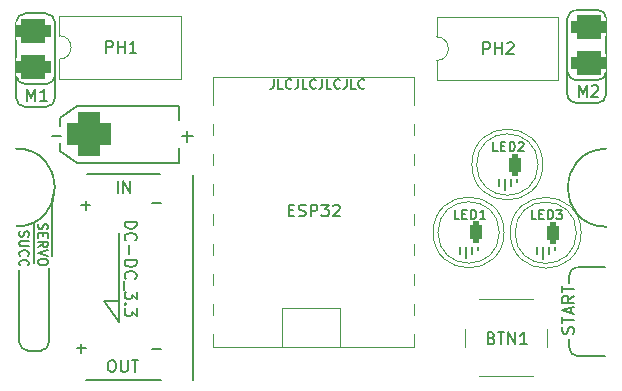
<source format=gto>
%TF.GenerationSoftware,KiCad,Pcbnew,7.0.1*%
%TF.CreationDate,2024-01-24T12:52:34+01:00*%
%TF.ProjectId,PX-CORE,50582d43-4f52-4452-9e6b-696361645f70,rev?*%
%TF.SameCoordinates,PX675d18cPY8cbe71c*%
%TF.FileFunction,Legend,Top*%
%TF.FilePolarity,Positive*%
%FSLAX46Y46*%
G04 Gerber Fmt 4.6, Leading zero omitted, Abs format (unit mm)*
G04 Created by KiCad (PCBNEW 7.0.1) date 2024-01-24 12:52:34*
%MOMM*%
%LPD*%
G01*
G04 APERTURE LIST*
G04 Aperture macros list*
%AMRoundRect*
0 Rectangle with rounded corners*
0 $1 Rounding radius*
0 $2 $3 $4 $5 $6 $7 $8 $9 X,Y pos of 4 corners*
0 Add a 4 corners polygon primitive as box body*
4,1,4,$2,$3,$4,$5,$6,$7,$8,$9,$2,$3,0*
0 Add four circle primitives for the rounded corners*
1,1,$1+$1,$2,$3*
1,1,$1+$1,$4,$5*
1,1,$1+$1,$6,$7*
1,1,$1+$1,$8,$9*
0 Add four rect primitives between the rounded corners*
20,1,$1+$1,$2,$3,$4,$5,0*
20,1,$1+$1,$4,$5,$6,$7,0*
20,1,$1+$1,$6,$7,$8,$9,0*
20,1,$1+$1,$8,$9,$2,$3,0*%
G04 Aperture macros list end*
%ADD10C,0.200000*%
%ADD11C,0.150000*%
%ADD12C,0.100000*%
%ADD13C,0.120000*%
%ADD14O,3.000000X1.600000*%
%ADD15C,1.700000*%
%ADD16O,1.700000X1.700000*%
%ADD17R,1.700000X1.700000*%
%ADD18RoundRect,0.500000X1.000000X0.500000X-1.000000X0.500000X-1.000000X-0.500000X1.000000X-0.500000X0*%
%ADD19O,1.070000X1.800000*%
%ADD20RoundRect,0.267500X-0.267500X-0.632500X0.267500X-0.632500X0.267500X0.632500X-0.267500X0.632500X0*%
%ADD21C,0.800000*%
%ADD22C,2.000000*%
%ADD23RoundRect,0.950000X-0.950000X-0.950000X0.950000X-0.950000X0.950000X0.950000X-0.950000X0.950000X0*%
%ADD24C,3.800000*%
%ADD25R,1.600000X1.600000*%
%ADD26O,1.600000X1.600000*%
%ADD27O,1.750000X3.000000*%
%ADD28RoundRect,0.500000X-1.000000X-0.500000X1.000000X-0.500000X1.000000X0.500000X-1.000000X0.500000X0*%
G04 APERTURE END LIST*
D10*
X311000Y13622620D02*
X272904Y13508334D01*
X272904Y13508334D02*
X272904Y13317858D01*
X272904Y13317858D02*
X311000Y13241667D01*
X311000Y13241667D02*
X349095Y13203572D01*
X349095Y13203572D02*
X425285Y13165477D01*
X425285Y13165477D02*
X501476Y13165477D01*
X501476Y13165477D02*
X577666Y13203572D01*
X577666Y13203572D02*
X615761Y13241667D01*
X615761Y13241667D02*
X653857Y13317858D01*
X653857Y13317858D02*
X691952Y13470239D01*
X691952Y13470239D02*
X730047Y13546429D01*
X730047Y13546429D02*
X768142Y13584524D01*
X768142Y13584524D02*
X844333Y13622620D01*
X844333Y13622620D02*
X920523Y13622620D01*
X920523Y13622620D02*
X996714Y13584524D01*
X996714Y13584524D02*
X1034809Y13546429D01*
X1034809Y13546429D02*
X1072904Y13470239D01*
X1072904Y13470239D02*
X1072904Y13279762D01*
X1072904Y13279762D02*
X1034809Y13165477D01*
X1072904Y12822619D02*
X425285Y12822619D01*
X425285Y12822619D02*
X349095Y12784524D01*
X349095Y12784524D02*
X311000Y12746429D01*
X311000Y12746429D02*
X272904Y12670238D01*
X272904Y12670238D02*
X272904Y12517857D01*
X272904Y12517857D02*
X311000Y12441667D01*
X311000Y12441667D02*
X349095Y12403572D01*
X349095Y12403572D02*
X425285Y12365476D01*
X425285Y12365476D02*
X1072904Y12365476D01*
X349095Y11527381D02*
X311000Y11565477D01*
X311000Y11565477D02*
X272904Y11679762D01*
X272904Y11679762D02*
X272904Y11755953D01*
X272904Y11755953D02*
X311000Y11870239D01*
X311000Y11870239D02*
X387190Y11946429D01*
X387190Y11946429D02*
X463380Y11984524D01*
X463380Y11984524D02*
X615761Y12022620D01*
X615761Y12022620D02*
X730047Y12022620D01*
X730047Y12022620D02*
X882428Y11984524D01*
X882428Y11984524D02*
X958619Y11946429D01*
X958619Y11946429D02*
X1034809Y11870239D01*
X1034809Y11870239D02*
X1072904Y11755953D01*
X1072904Y11755953D02*
X1072904Y11679762D01*
X1072904Y11679762D02*
X1034809Y11565477D01*
X1034809Y11565477D02*
X996714Y11527381D01*
X349095Y10727381D02*
X311000Y10765477D01*
X311000Y10765477D02*
X272904Y10879762D01*
X272904Y10879762D02*
X272904Y10955953D01*
X272904Y10955953D02*
X311000Y11070239D01*
X311000Y11070239D02*
X387190Y11146429D01*
X387190Y11146429D02*
X463380Y11184524D01*
X463380Y11184524D02*
X615761Y11222620D01*
X615761Y11222620D02*
X730047Y11222620D01*
X730047Y11222620D02*
X882428Y11184524D01*
X882428Y11184524D02*
X958619Y11146429D01*
X958619Y11146429D02*
X1034809Y11070239D01*
X1034809Y11070239D02*
X1072904Y10955953D01*
X1072904Y10955953D02*
X1072904Y10879762D01*
X1072904Y10879762D02*
X1034809Y10765477D01*
X1034809Y10765477D02*
X996714Y10727381D01*
X1475000Y14375000D02*
X1475000Y10975000D01*
X1911000Y14272620D02*
X1872904Y14158334D01*
X1872904Y14158334D02*
X1872904Y13967858D01*
X1872904Y13967858D02*
X1911000Y13891667D01*
X1911000Y13891667D02*
X1949095Y13853572D01*
X1949095Y13853572D02*
X2025285Y13815477D01*
X2025285Y13815477D02*
X2101476Y13815477D01*
X2101476Y13815477D02*
X2177666Y13853572D01*
X2177666Y13853572D02*
X2215761Y13891667D01*
X2215761Y13891667D02*
X2253857Y13967858D01*
X2253857Y13967858D02*
X2291952Y14120239D01*
X2291952Y14120239D02*
X2330047Y14196429D01*
X2330047Y14196429D02*
X2368142Y14234524D01*
X2368142Y14234524D02*
X2444333Y14272620D01*
X2444333Y14272620D02*
X2520523Y14272620D01*
X2520523Y14272620D02*
X2596714Y14234524D01*
X2596714Y14234524D02*
X2634809Y14196429D01*
X2634809Y14196429D02*
X2672904Y14120239D01*
X2672904Y14120239D02*
X2672904Y13929762D01*
X2672904Y13929762D02*
X2634809Y13815477D01*
X2291952Y13472619D02*
X2291952Y13205953D01*
X1872904Y13091667D02*
X1872904Y13472619D01*
X1872904Y13472619D02*
X2672904Y13472619D01*
X2672904Y13472619D02*
X2672904Y13091667D01*
X1872904Y12291666D02*
X2253857Y12558333D01*
X1872904Y12748809D02*
X2672904Y12748809D01*
X2672904Y12748809D02*
X2672904Y12444047D01*
X2672904Y12444047D02*
X2634809Y12367857D01*
X2634809Y12367857D02*
X2596714Y12329762D01*
X2596714Y12329762D02*
X2520523Y12291666D01*
X2520523Y12291666D02*
X2406238Y12291666D01*
X2406238Y12291666D02*
X2330047Y12329762D01*
X2330047Y12329762D02*
X2291952Y12367857D01*
X2291952Y12367857D02*
X2253857Y12444047D01*
X2253857Y12444047D02*
X2253857Y12748809D01*
X2672904Y12063095D02*
X1872904Y11796428D01*
X1872904Y11796428D02*
X2672904Y11529762D01*
X2672904Y11110714D02*
X2672904Y10958333D01*
X2672904Y10958333D02*
X2634809Y10882143D01*
X2634809Y10882143D02*
X2558619Y10805952D01*
X2558619Y10805952D02*
X2406238Y10767857D01*
X2406238Y10767857D02*
X2139571Y10767857D01*
X2139571Y10767857D02*
X1987190Y10805952D01*
X1987190Y10805952D02*
X1911000Y10882143D01*
X1911000Y10882143D02*
X1872904Y10958333D01*
X1872904Y10958333D02*
X1872904Y11110714D01*
X1872904Y11110714D02*
X1911000Y11186905D01*
X1911000Y11186905D02*
X1987190Y11263095D01*
X1987190Y11263095D02*
X2139571Y11301191D01*
X2139571Y11301191D02*
X2406238Y11301191D01*
X2406238Y11301191D02*
X2558619Y11263095D01*
X2558619Y11263095D02*
X2634809Y11186905D01*
X2634809Y11186905D02*
X2672904Y11110714D01*
D11*
X21819047Y26497905D02*
X21819047Y25926477D01*
X21819047Y25926477D02*
X21780952Y25812191D01*
X21780952Y25812191D02*
X21704761Y25736000D01*
X21704761Y25736000D02*
X21590476Y25697905D01*
X21590476Y25697905D02*
X21514285Y25697905D01*
X22580952Y25697905D02*
X22200000Y25697905D01*
X22200000Y25697905D02*
X22200000Y26497905D01*
X23304762Y25774096D02*
X23266666Y25736000D01*
X23266666Y25736000D02*
X23152381Y25697905D01*
X23152381Y25697905D02*
X23076190Y25697905D01*
X23076190Y25697905D02*
X22961904Y25736000D01*
X22961904Y25736000D02*
X22885714Y25812191D01*
X22885714Y25812191D02*
X22847619Y25888381D01*
X22847619Y25888381D02*
X22809523Y26040762D01*
X22809523Y26040762D02*
X22809523Y26155048D01*
X22809523Y26155048D02*
X22847619Y26307429D01*
X22847619Y26307429D02*
X22885714Y26383620D01*
X22885714Y26383620D02*
X22961904Y26459810D01*
X22961904Y26459810D02*
X23076190Y26497905D01*
X23076190Y26497905D02*
X23152381Y26497905D01*
X23152381Y26497905D02*
X23266666Y26459810D01*
X23266666Y26459810D02*
X23304762Y26421715D01*
X23876190Y26497905D02*
X23876190Y25926477D01*
X23876190Y25926477D02*
X23838095Y25812191D01*
X23838095Y25812191D02*
X23761904Y25736000D01*
X23761904Y25736000D02*
X23647619Y25697905D01*
X23647619Y25697905D02*
X23571428Y25697905D01*
X24638095Y25697905D02*
X24257143Y25697905D01*
X24257143Y25697905D02*
X24257143Y26497905D01*
X25361905Y25774096D02*
X25323809Y25736000D01*
X25323809Y25736000D02*
X25209524Y25697905D01*
X25209524Y25697905D02*
X25133333Y25697905D01*
X25133333Y25697905D02*
X25019047Y25736000D01*
X25019047Y25736000D02*
X24942857Y25812191D01*
X24942857Y25812191D02*
X24904762Y25888381D01*
X24904762Y25888381D02*
X24866666Y26040762D01*
X24866666Y26040762D02*
X24866666Y26155048D01*
X24866666Y26155048D02*
X24904762Y26307429D01*
X24904762Y26307429D02*
X24942857Y26383620D01*
X24942857Y26383620D02*
X25019047Y26459810D01*
X25019047Y26459810D02*
X25133333Y26497905D01*
X25133333Y26497905D02*
X25209524Y26497905D01*
X25209524Y26497905D02*
X25323809Y26459810D01*
X25323809Y26459810D02*
X25361905Y26421715D01*
X25933333Y26497905D02*
X25933333Y25926477D01*
X25933333Y25926477D02*
X25895238Y25812191D01*
X25895238Y25812191D02*
X25819047Y25736000D01*
X25819047Y25736000D02*
X25704762Y25697905D01*
X25704762Y25697905D02*
X25628571Y25697905D01*
X26695238Y25697905D02*
X26314286Y25697905D01*
X26314286Y25697905D02*
X26314286Y26497905D01*
X27419048Y25774096D02*
X27380952Y25736000D01*
X27380952Y25736000D02*
X27266667Y25697905D01*
X27266667Y25697905D02*
X27190476Y25697905D01*
X27190476Y25697905D02*
X27076190Y25736000D01*
X27076190Y25736000D02*
X27000000Y25812191D01*
X27000000Y25812191D02*
X26961905Y25888381D01*
X26961905Y25888381D02*
X26923809Y26040762D01*
X26923809Y26040762D02*
X26923809Y26155048D01*
X26923809Y26155048D02*
X26961905Y26307429D01*
X26961905Y26307429D02*
X27000000Y26383620D01*
X27000000Y26383620D02*
X27076190Y26459810D01*
X27076190Y26459810D02*
X27190476Y26497905D01*
X27190476Y26497905D02*
X27266667Y26497905D01*
X27266667Y26497905D02*
X27380952Y26459810D01*
X27380952Y26459810D02*
X27419048Y26421715D01*
X27990476Y26497905D02*
X27990476Y25926477D01*
X27990476Y25926477D02*
X27952381Y25812191D01*
X27952381Y25812191D02*
X27876190Y25736000D01*
X27876190Y25736000D02*
X27761905Y25697905D01*
X27761905Y25697905D02*
X27685714Y25697905D01*
X28752381Y25697905D02*
X28371429Y25697905D01*
X28371429Y25697905D02*
X28371429Y26497905D01*
X29476191Y25774096D02*
X29438095Y25736000D01*
X29438095Y25736000D02*
X29323810Y25697905D01*
X29323810Y25697905D02*
X29247619Y25697905D01*
X29247619Y25697905D02*
X29133333Y25736000D01*
X29133333Y25736000D02*
X29057143Y25812191D01*
X29057143Y25812191D02*
X29019048Y25888381D01*
X29019048Y25888381D02*
X28980952Y26040762D01*
X28980952Y26040762D02*
X28980952Y26155048D01*
X28980952Y26155048D02*
X29019048Y26307429D01*
X29019048Y26307429D02*
X29057143Y26383620D01*
X29057143Y26383620D02*
X29133333Y26459810D01*
X29133333Y26459810D02*
X29247619Y26497905D01*
X29247619Y26497905D02*
X29323810Y26497905D01*
X29323810Y26497905D02*
X29438095Y26459810D01*
X29438095Y26459810D02*
X29476191Y26421715D01*
X47457362Y32392229D02*
X49177364Y32392229D01*
X46657381Y27192228D02*
G75*
G03*
X47457365Y26392233I800067J72D01*
G01*
X-12626Y24942233D02*
G75*
G03*
X787369Y24142226I799974J-33D01*
G01*
D10*
X2075000Y3524948D02*
G75*
G03*
X2775000Y4225000I-52J700052D01*
G01*
D11*
X47457362Y32392282D02*
G75*
G03*
X46657366Y31592230I186J-800182D01*
G01*
D10*
X275000Y4225000D02*
X275000Y10375000D01*
X47600000Y10624944D02*
G75*
G03*
X46800004Y9825001I48J-800044D01*
G01*
X275048Y4225000D02*
G75*
G03*
X975000Y3525000I700000J0D01*
G01*
D11*
X49177363Y26392230D02*
X47457365Y26392233D01*
X787369Y32072229D02*
X2507366Y32072229D01*
X49977366Y31592231D02*
X49977367Y27192230D01*
D10*
X46799948Y3824996D02*
G75*
G03*
X47599998Y3025000I800100J104D01*
G01*
D11*
X49177363Y26392281D02*
G75*
G03*
X49977367Y27192230I85J799919D01*
G01*
X47457365Y26392233D02*
X49177363Y26392230D01*
D10*
X46800004Y9825001D02*
X46800000Y9275000D01*
D11*
X3307367Y31272231D02*
X3307367Y26872229D01*
X46657363Y27192228D02*
X46657366Y31592230D01*
X49977367Y27192230D02*
X49977366Y25262227D01*
X46657368Y25262230D02*
X46657363Y27192228D01*
X3307367Y26872229D02*
X3307367Y24942231D01*
D10*
X2775000Y10525000D02*
X2775000Y4225000D01*
D11*
X49177366Y24462229D02*
X47457365Y24462226D01*
D10*
X49875000Y10625000D02*
X47600000Y10625000D01*
X46800000Y4525000D02*
X46800000Y3824996D01*
D11*
X787367Y26072228D02*
X2507368Y26072231D01*
D10*
X27059Y14032589D02*
G75*
G03*
X-12635Y20632230I-49651J3299641D01*
G01*
D11*
X2507365Y24142228D02*
X787369Y24142226D01*
X2507365Y24142281D02*
G75*
G03*
X3307367Y24942231I83J799919D01*
G01*
X2507368Y26072281D02*
G75*
G03*
X3307367Y26872229I80J799919D01*
G01*
X-12624Y26872228D02*
G75*
G03*
X787367Y26072228I800072J72D01*
G01*
X46657374Y25262230D02*
G75*
G03*
X47457365Y24462226I799674J-330D01*
G01*
X787369Y32072281D02*
G75*
G03*
X-12633Y31272229I179J-800181D01*
G01*
X3307377Y31272231D02*
G75*
G03*
X2507366Y32072229I-799929J69D01*
G01*
D10*
X2075000Y3525000D02*
X975000Y3525000D01*
D11*
X2507368Y26072231D02*
X787367Y26072228D01*
D10*
X47599998Y3025000D02*
X49875000Y3025000D01*
X49951008Y20602846D02*
G75*
G03*
X49990702Y14003196I49640J-3299646D01*
G01*
D11*
X49177366Y24462282D02*
G75*
G03*
X49977366Y25262227I82J799918D01*
G01*
X-12633Y26872228D02*
X-12633Y31272229D01*
X-12632Y24942233D02*
X-12633Y26872228D01*
X49977377Y31592231D02*
G75*
G03*
X49177364Y32392229I-799929J69D01*
G01*
D10*
X47627840Y24979610D02*
X47627840Y25979610D01*
X47627840Y25979610D02*
X47961173Y25265325D01*
X47961173Y25265325D02*
X48294506Y25979610D01*
X48294506Y25979610D02*
X48294506Y24979610D01*
X48723078Y25884372D02*
X48770697Y25931991D01*
X48770697Y25931991D02*
X48865935Y25979610D01*
X48865935Y25979610D02*
X49104030Y25979610D01*
X49104030Y25979610D02*
X49199268Y25931991D01*
X49199268Y25931991D02*
X49246887Y25884372D01*
X49246887Y25884372D02*
X49294506Y25789134D01*
X49294506Y25789134D02*
X49294506Y25693896D01*
X49294506Y25693896D02*
X49246887Y25551039D01*
X49246887Y25551039D02*
X48675459Y24979610D01*
X48675459Y24979610D02*
X49294506Y24979610D01*
X47180000Y4965477D02*
X47227619Y5108334D01*
X47227619Y5108334D02*
X47227619Y5346429D01*
X47227619Y5346429D02*
X47180000Y5441667D01*
X47180000Y5441667D02*
X47132380Y5489286D01*
X47132380Y5489286D02*
X47037142Y5536905D01*
X47037142Y5536905D02*
X46941904Y5536905D01*
X46941904Y5536905D02*
X46846666Y5489286D01*
X46846666Y5489286D02*
X46799047Y5441667D01*
X46799047Y5441667D02*
X46751428Y5346429D01*
X46751428Y5346429D02*
X46703809Y5155953D01*
X46703809Y5155953D02*
X46656190Y5060715D01*
X46656190Y5060715D02*
X46608571Y5013096D01*
X46608571Y5013096D02*
X46513333Y4965477D01*
X46513333Y4965477D02*
X46418095Y4965477D01*
X46418095Y4965477D02*
X46322857Y5013096D01*
X46322857Y5013096D02*
X46275238Y5060715D01*
X46275238Y5060715D02*
X46227619Y5155953D01*
X46227619Y5155953D02*
X46227619Y5394048D01*
X46227619Y5394048D02*
X46275238Y5536905D01*
X46227619Y5822620D02*
X46227619Y6394048D01*
X47227619Y6108334D02*
X46227619Y6108334D01*
X46941904Y6679763D02*
X46941904Y7155953D01*
X47227619Y6584525D02*
X46227619Y6917858D01*
X46227619Y6917858D02*
X47227619Y7251191D01*
X47227619Y8155953D02*
X46751428Y7822620D01*
X47227619Y7584525D02*
X46227619Y7584525D01*
X46227619Y7584525D02*
X46227619Y7965477D01*
X46227619Y7965477D02*
X46275238Y8060715D01*
X46275238Y8060715D02*
X46322857Y8108334D01*
X46322857Y8108334D02*
X46418095Y8155953D01*
X46418095Y8155953D02*
X46560952Y8155953D01*
X46560952Y8155953D02*
X46656190Y8108334D01*
X46656190Y8108334D02*
X46703809Y8060715D01*
X46703809Y8060715D02*
X46751428Y7965477D01*
X46751428Y7965477D02*
X46751428Y7584525D01*
X46227619Y8441668D02*
X46227619Y9013096D01*
X47227619Y8727382D02*
X46227619Y8727382D01*
%TO.C,ESP32*%
X23074510Y15403419D02*
X23407843Y15403419D01*
X23550700Y14879609D02*
X23074510Y14879609D01*
X23074510Y14879609D02*
X23074510Y15879609D01*
X23074510Y15879609D02*
X23550700Y15879609D01*
X23931653Y14927228D02*
X24074510Y14879609D01*
X24074510Y14879609D02*
X24312605Y14879609D01*
X24312605Y14879609D02*
X24407843Y14927228D01*
X24407843Y14927228D02*
X24455462Y14974848D01*
X24455462Y14974848D02*
X24503081Y15070086D01*
X24503081Y15070086D02*
X24503081Y15165324D01*
X24503081Y15165324D02*
X24455462Y15260562D01*
X24455462Y15260562D02*
X24407843Y15308181D01*
X24407843Y15308181D02*
X24312605Y15355800D01*
X24312605Y15355800D02*
X24122129Y15403419D01*
X24122129Y15403419D02*
X24026891Y15451038D01*
X24026891Y15451038D02*
X23979272Y15498657D01*
X23979272Y15498657D02*
X23931653Y15593895D01*
X23931653Y15593895D02*
X23931653Y15689133D01*
X23931653Y15689133D02*
X23979272Y15784371D01*
X23979272Y15784371D02*
X24026891Y15831990D01*
X24026891Y15831990D02*
X24122129Y15879609D01*
X24122129Y15879609D02*
X24360224Y15879609D01*
X24360224Y15879609D02*
X24503081Y15831990D01*
X24931653Y14879609D02*
X24931653Y15879609D01*
X24931653Y15879609D02*
X25312605Y15879609D01*
X25312605Y15879609D02*
X25407843Y15831990D01*
X25407843Y15831990D02*
X25455462Y15784371D01*
X25455462Y15784371D02*
X25503081Y15689133D01*
X25503081Y15689133D02*
X25503081Y15546276D01*
X25503081Y15546276D02*
X25455462Y15451038D01*
X25455462Y15451038D02*
X25407843Y15403419D01*
X25407843Y15403419D02*
X25312605Y15355800D01*
X25312605Y15355800D02*
X24931653Y15355800D01*
X25836415Y15879609D02*
X26455462Y15879609D01*
X26455462Y15879609D02*
X26122129Y15498657D01*
X26122129Y15498657D02*
X26264986Y15498657D01*
X26264986Y15498657D02*
X26360224Y15451038D01*
X26360224Y15451038D02*
X26407843Y15403419D01*
X26407843Y15403419D02*
X26455462Y15308181D01*
X26455462Y15308181D02*
X26455462Y15070086D01*
X26455462Y15070086D02*
X26407843Y14974848D01*
X26407843Y14974848D02*
X26360224Y14927228D01*
X26360224Y14927228D02*
X26264986Y14879609D01*
X26264986Y14879609D02*
X25979272Y14879609D01*
X25979272Y14879609D02*
X25884034Y14927228D01*
X25884034Y14927228D02*
X25836415Y14974848D01*
X26836415Y15784371D02*
X26884034Y15831990D01*
X26884034Y15831990D02*
X26979272Y15879609D01*
X26979272Y15879609D02*
X27217367Y15879609D01*
X27217367Y15879609D02*
X27312605Y15831990D01*
X27312605Y15831990D02*
X27360224Y15784371D01*
X27360224Y15784371D02*
X27407843Y15689133D01*
X27407843Y15689133D02*
X27407843Y15593895D01*
X27407843Y15593895D02*
X27360224Y15451038D01*
X27360224Y15451038D02*
X26788796Y14879609D01*
X26788796Y14879609D02*
X27407843Y14879609D01*
%TO.C,M1*%
X957842Y24659613D02*
X957842Y25659613D01*
X957842Y25659613D02*
X1291175Y24945328D01*
X1291175Y24945328D02*
X1624508Y25659613D01*
X1624508Y25659613D02*
X1624508Y24659613D01*
X2624508Y24659613D02*
X2053080Y24659613D01*
X2338794Y24659613D02*
X2338794Y25659613D01*
X2338794Y25659613D02*
X2243556Y25516756D01*
X2243556Y25516756D02*
X2148318Y25421518D01*
X2148318Y25421518D02*
X2053080Y25373899D01*
D11*
%TO.C,LED3*%
X44029761Y14629905D02*
X43648809Y14629905D01*
X43648809Y14629905D02*
X43648809Y15429905D01*
X44296428Y15048953D02*
X44563094Y15048953D01*
X44677380Y14629905D02*
X44296428Y14629905D01*
X44296428Y14629905D02*
X44296428Y15429905D01*
X44296428Y15429905D02*
X44677380Y15429905D01*
X45020238Y14629905D02*
X45020238Y15429905D01*
X45020238Y15429905D02*
X45210714Y15429905D01*
X45210714Y15429905D02*
X45325000Y15391810D01*
X45325000Y15391810D02*
X45401190Y15315620D01*
X45401190Y15315620D02*
X45439285Y15239429D01*
X45439285Y15239429D02*
X45477381Y15087048D01*
X45477381Y15087048D02*
X45477381Y14972762D01*
X45477381Y14972762D02*
X45439285Y14820381D01*
X45439285Y14820381D02*
X45401190Y14744191D01*
X45401190Y14744191D02*
X45325000Y14668000D01*
X45325000Y14668000D02*
X45210714Y14629905D01*
X45210714Y14629905D02*
X45020238Y14629905D01*
X45744047Y15429905D02*
X46239285Y15429905D01*
X46239285Y15429905D02*
X45972619Y15125143D01*
X45972619Y15125143D02*
X46086904Y15125143D01*
X46086904Y15125143D02*
X46163095Y15087048D01*
X46163095Y15087048D02*
X46201190Y15048953D01*
X46201190Y15048953D02*
X46239285Y14972762D01*
X46239285Y14972762D02*
X46239285Y14782286D01*
X46239285Y14782286D02*
X46201190Y14706096D01*
X46201190Y14706096D02*
X46163095Y14668000D01*
X46163095Y14668000D02*
X46086904Y14629905D01*
X46086904Y14629905D02*
X45858333Y14629905D01*
X45858333Y14629905D02*
X45782142Y14668000D01*
X45782142Y14668000D02*
X45744047Y14706096D01*
%TO.C,LED1*%
X37504761Y14654905D02*
X37123809Y14654905D01*
X37123809Y14654905D02*
X37123809Y15454905D01*
X37771428Y15073953D02*
X38038094Y15073953D01*
X38152380Y14654905D02*
X37771428Y14654905D01*
X37771428Y14654905D02*
X37771428Y15454905D01*
X37771428Y15454905D02*
X38152380Y15454905D01*
X38495238Y14654905D02*
X38495238Y15454905D01*
X38495238Y15454905D02*
X38685714Y15454905D01*
X38685714Y15454905D02*
X38800000Y15416810D01*
X38800000Y15416810D02*
X38876190Y15340620D01*
X38876190Y15340620D02*
X38914285Y15264429D01*
X38914285Y15264429D02*
X38952381Y15112048D01*
X38952381Y15112048D02*
X38952381Y14997762D01*
X38952381Y14997762D02*
X38914285Y14845381D01*
X38914285Y14845381D02*
X38876190Y14769191D01*
X38876190Y14769191D02*
X38800000Y14693000D01*
X38800000Y14693000D02*
X38685714Y14654905D01*
X38685714Y14654905D02*
X38495238Y14654905D01*
X39714285Y14654905D02*
X39257142Y14654905D01*
X39485714Y14654905D02*
X39485714Y15454905D01*
X39485714Y15454905D02*
X39409523Y15340620D01*
X39409523Y15340620D02*
X39333333Y15264429D01*
X39333333Y15264429D02*
X39257142Y15226334D01*
%TO.C,BTN1*%
X40240476Y4586191D02*
X40383333Y4538572D01*
X40383333Y4538572D02*
X40430952Y4490953D01*
X40430952Y4490953D02*
X40478571Y4395715D01*
X40478571Y4395715D02*
X40478571Y4252858D01*
X40478571Y4252858D02*
X40430952Y4157620D01*
X40430952Y4157620D02*
X40383333Y4110000D01*
X40383333Y4110000D02*
X40288095Y4062381D01*
X40288095Y4062381D02*
X39907143Y4062381D01*
X39907143Y4062381D02*
X39907143Y5062381D01*
X39907143Y5062381D02*
X40240476Y5062381D01*
X40240476Y5062381D02*
X40335714Y5014762D01*
X40335714Y5014762D02*
X40383333Y4967143D01*
X40383333Y4967143D02*
X40430952Y4871905D01*
X40430952Y4871905D02*
X40430952Y4776667D01*
X40430952Y4776667D02*
X40383333Y4681429D01*
X40383333Y4681429D02*
X40335714Y4633810D01*
X40335714Y4633810D02*
X40240476Y4586191D01*
X40240476Y4586191D02*
X39907143Y4586191D01*
X40764286Y5062381D02*
X41335714Y5062381D01*
X41050000Y4062381D02*
X41050000Y5062381D01*
X41669048Y4062381D02*
X41669048Y5062381D01*
X41669048Y5062381D02*
X42240476Y4062381D01*
X42240476Y4062381D02*
X42240476Y5062381D01*
X43240476Y4062381D02*
X42669048Y4062381D01*
X42954762Y4062381D02*
X42954762Y5062381D01*
X42954762Y5062381D02*
X42859524Y4919524D01*
X42859524Y4919524D02*
X42764286Y4824286D01*
X42764286Y4824286D02*
X42669048Y4776667D01*
D10*
%TO.C,J2*%
X3069048Y21652500D02*
X3830953Y21652500D01*
X14017857Y21652000D02*
X14932143Y21652000D01*
X14475000Y21194858D02*
X14475000Y22109143D01*
%TO.C,PH1*%
X7606460Y28729610D02*
X7606460Y29729610D01*
X7606460Y29729610D02*
X7987412Y29729610D01*
X7987412Y29729610D02*
X8082650Y29681991D01*
X8082650Y29681991D02*
X8130269Y29634372D01*
X8130269Y29634372D02*
X8177888Y29539134D01*
X8177888Y29539134D02*
X8177888Y29396277D01*
X8177888Y29396277D02*
X8130269Y29301039D01*
X8130269Y29301039D02*
X8082650Y29253420D01*
X8082650Y29253420D02*
X7987412Y29205801D01*
X7987412Y29205801D02*
X7606460Y29205801D01*
X8606460Y28729610D02*
X8606460Y29729610D01*
X8606460Y29253420D02*
X9177888Y29253420D01*
X9177888Y28729610D02*
X9177888Y29729610D01*
X10177888Y28729610D02*
X9606460Y28729610D01*
X9892174Y28729610D02*
X9892174Y29729610D01*
X9892174Y29729610D02*
X9796936Y29586753D01*
X9796936Y29586753D02*
X9701698Y29491515D01*
X9701698Y29491515D02*
X9606460Y29443896D01*
%TO.C,DC-DC_3.3*%
X9197380Y14422381D02*
X10197380Y14422381D01*
X10197380Y14422381D02*
X10197380Y14184286D01*
X10197380Y14184286D02*
X10149761Y14041429D01*
X10149761Y14041429D02*
X10054523Y13946191D01*
X10054523Y13946191D02*
X9959285Y13898572D01*
X9959285Y13898572D02*
X9768809Y13850953D01*
X9768809Y13850953D02*
X9625952Y13850953D01*
X9625952Y13850953D02*
X9435476Y13898572D01*
X9435476Y13898572D02*
X9340238Y13946191D01*
X9340238Y13946191D02*
X9245000Y14041429D01*
X9245000Y14041429D02*
X9197380Y14184286D01*
X9197380Y14184286D02*
X9197380Y14422381D01*
X9292619Y12850953D02*
X9245000Y12898572D01*
X9245000Y12898572D02*
X9197380Y13041429D01*
X9197380Y13041429D02*
X9197380Y13136667D01*
X9197380Y13136667D02*
X9245000Y13279524D01*
X9245000Y13279524D02*
X9340238Y13374762D01*
X9340238Y13374762D02*
X9435476Y13422381D01*
X9435476Y13422381D02*
X9625952Y13470000D01*
X9625952Y13470000D02*
X9768809Y13470000D01*
X9768809Y13470000D02*
X9959285Y13422381D01*
X9959285Y13422381D02*
X10054523Y13374762D01*
X10054523Y13374762D02*
X10149761Y13279524D01*
X10149761Y13279524D02*
X10197380Y13136667D01*
X10197380Y13136667D02*
X10197380Y13041429D01*
X10197380Y13041429D02*
X10149761Y12898572D01*
X10149761Y12898572D02*
X10102142Y12850953D01*
X9578333Y12422381D02*
X9578333Y11660476D01*
X9197380Y11184286D02*
X10197380Y11184286D01*
X10197380Y11184286D02*
X10197380Y10946191D01*
X10197380Y10946191D02*
X10149761Y10803334D01*
X10149761Y10803334D02*
X10054523Y10708096D01*
X10054523Y10708096D02*
X9959285Y10660477D01*
X9959285Y10660477D02*
X9768809Y10612858D01*
X9768809Y10612858D02*
X9625952Y10612858D01*
X9625952Y10612858D02*
X9435476Y10660477D01*
X9435476Y10660477D02*
X9340238Y10708096D01*
X9340238Y10708096D02*
X9245000Y10803334D01*
X9245000Y10803334D02*
X9197380Y10946191D01*
X9197380Y10946191D02*
X9197380Y11184286D01*
X9292619Y9612858D02*
X9245000Y9660477D01*
X9245000Y9660477D02*
X9197380Y9803334D01*
X9197380Y9803334D02*
X9197380Y9898572D01*
X9197380Y9898572D02*
X9245000Y10041429D01*
X9245000Y10041429D02*
X9340238Y10136667D01*
X9340238Y10136667D02*
X9435476Y10184286D01*
X9435476Y10184286D02*
X9625952Y10231905D01*
X9625952Y10231905D02*
X9768809Y10231905D01*
X9768809Y10231905D02*
X9959285Y10184286D01*
X9959285Y10184286D02*
X10054523Y10136667D01*
X10054523Y10136667D02*
X10149761Y10041429D01*
X10149761Y10041429D02*
X10197380Y9898572D01*
X10197380Y9898572D02*
X10197380Y9803334D01*
X10197380Y9803334D02*
X10149761Y9660477D01*
X10149761Y9660477D02*
X10102142Y9612858D01*
X9102142Y9422381D02*
X9102142Y8660477D01*
X10197380Y8517619D02*
X10197380Y7898572D01*
X10197380Y7898572D02*
X9816428Y8231905D01*
X9816428Y8231905D02*
X9816428Y8089048D01*
X9816428Y8089048D02*
X9768809Y7993810D01*
X9768809Y7993810D02*
X9721190Y7946191D01*
X9721190Y7946191D02*
X9625952Y7898572D01*
X9625952Y7898572D02*
X9387857Y7898572D01*
X9387857Y7898572D02*
X9292619Y7946191D01*
X9292619Y7946191D02*
X9245000Y7993810D01*
X9245000Y7993810D02*
X9197380Y8089048D01*
X9197380Y8089048D02*
X9197380Y8374762D01*
X9197380Y8374762D02*
X9245000Y8470000D01*
X9245000Y8470000D02*
X9292619Y8517619D01*
X9292619Y7470000D02*
X9245000Y7422381D01*
X9245000Y7422381D02*
X9197380Y7470000D01*
X9197380Y7470000D02*
X9245000Y7517619D01*
X9245000Y7517619D02*
X9292619Y7470000D01*
X9292619Y7470000D02*
X9197380Y7470000D01*
X10197380Y7089048D02*
X10197380Y6470001D01*
X10197380Y6470001D02*
X9816428Y6803334D01*
X9816428Y6803334D02*
X9816428Y6660477D01*
X9816428Y6660477D02*
X9768809Y6565239D01*
X9768809Y6565239D02*
X9721190Y6517620D01*
X9721190Y6517620D02*
X9625952Y6470001D01*
X9625952Y6470001D02*
X9387857Y6470001D01*
X9387857Y6470001D02*
X9292619Y6517620D01*
X9292619Y6517620D02*
X9245000Y6565239D01*
X9245000Y6565239D02*
X9197380Y6660477D01*
X9197380Y6660477D02*
X9197380Y6946191D01*
X9197380Y6946191D02*
X9245000Y7041429D01*
X9245000Y7041429D02*
X9292619Y7089048D01*
X8588095Y16847381D02*
X8588095Y17847381D01*
X9064285Y16847381D02*
X9064285Y17847381D01*
X9064285Y17847381D02*
X9635713Y16847381D01*
X9635713Y16847381D02*
X9635713Y17847381D01*
X11518095Y3623334D02*
X12280000Y3623334D01*
X8003571Y2722381D02*
X8194047Y2722381D01*
X8194047Y2722381D02*
X8289285Y2674762D01*
X8289285Y2674762D02*
X8384523Y2579524D01*
X8384523Y2579524D02*
X8432142Y2389048D01*
X8432142Y2389048D02*
X8432142Y2055715D01*
X8432142Y2055715D02*
X8384523Y1865239D01*
X8384523Y1865239D02*
X8289285Y1770000D01*
X8289285Y1770000D02*
X8194047Y1722381D01*
X8194047Y1722381D02*
X8003571Y1722381D01*
X8003571Y1722381D02*
X7908333Y1770000D01*
X7908333Y1770000D02*
X7813095Y1865239D01*
X7813095Y1865239D02*
X7765476Y2055715D01*
X7765476Y2055715D02*
X7765476Y2389048D01*
X7765476Y2389048D02*
X7813095Y2579524D01*
X7813095Y2579524D02*
X7908333Y2674762D01*
X7908333Y2674762D02*
X8003571Y2722381D01*
X8860714Y2722381D02*
X8860714Y1912858D01*
X8860714Y1912858D02*
X8908333Y1817620D01*
X8908333Y1817620D02*
X8955952Y1770000D01*
X8955952Y1770000D02*
X9051190Y1722381D01*
X9051190Y1722381D02*
X9241666Y1722381D01*
X9241666Y1722381D02*
X9336904Y1770000D01*
X9336904Y1770000D02*
X9384523Y1817620D01*
X9384523Y1817620D02*
X9432142Y1912858D01*
X9432142Y1912858D02*
X9432142Y2722381D01*
X9765476Y2722381D02*
X10336904Y2722381D01*
X10051190Y1722381D02*
X10051190Y2722381D01*
X5148095Y3723334D02*
X5910000Y3723334D01*
X5529047Y3342381D02*
X5529047Y4104286D01*
X5518095Y15813334D02*
X6280000Y15813334D01*
X5899047Y15432381D02*
X5899047Y16194286D01*
X11518095Y16053334D02*
X12280000Y16053334D01*
D11*
%TO.C,LED2*%
X40779761Y20404905D02*
X40398809Y20404905D01*
X40398809Y20404905D02*
X40398809Y21204905D01*
X41046428Y20823953D02*
X41313094Y20823953D01*
X41427380Y20404905D02*
X41046428Y20404905D01*
X41046428Y20404905D02*
X41046428Y21204905D01*
X41046428Y21204905D02*
X41427380Y21204905D01*
X41770238Y20404905D02*
X41770238Y21204905D01*
X41770238Y21204905D02*
X41960714Y21204905D01*
X41960714Y21204905D02*
X42075000Y21166810D01*
X42075000Y21166810D02*
X42151190Y21090620D01*
X42151190Y21090620D02*
X42189285Y21014429D01*
X42189285Y21014429D02*
X42227381Y20862048D01*
X42227381Y20862048D02*
X42227381Y20747762D01*
X42227381Y20747762D02*
X42189285Y20595381D01*
X42189285Y20595381D02*
X42151190Y20519191D01*
X42151190Y20519191D02*
X42075000Y20443000D01*
X42075000Y20443000D02*
X41960714Y20404905D01*
X41960714Y20404905D02*
X41770238Y20404905D01*
X42532142Y21128715D02*
X42570238Y21166810D01*
X42570238Y21166810D02*
X42646428Y21204905D01*
X42646428Y21204905D02*
X42836904Y21204905D01*
X42836904Y21204905D02*
X42913095Y21166810D01*
X42913095Y21166810D02*
X42951190Y21128715D01*
X42951190Y21128715D02*
X42989285Y21052524D01*
X42989285Y21052524D02*
X42989285Y20976334D01*
X42989285Y20976334D02*
X42951190Y20862048D01*
X42951190Y20862048D02*
X42494047Y20404905D01*
X42494047Y20404905D02*
X42989285Y20404905D01*
D10*
%TO.C,PH2*%
X39553459Y28619610D02*
X39553459Y29619610D01*
X39553459Y29619610D02*
X39934411Y29619610D01*
X39934411Y29619610D02*
X40029649Y29571991D01*
X40029649Y29571991D02*
X40077268Y29524372D01*
X40077268Y29524372D02*
X40124887Y29429134D01*
X40124887Y29429134D02*
X40124887Y29286277D01*
X40124887Y29286277D02*
X40077268Y29191039D01*
X40077268Y29191039D02*
X40029649Y29143420D01*
X40029649Y29143420D02*
X39934411Y29095801D01*
X39934411Y29095801D02*
X39553459Y29095801D01*
X40553459Y28619610D02*
X40553459Y29619610D01*
X40553459Y29143420D02*
X41124887Y29143420D01*
X41124887Y28619610D02*
X41124887Y29619610D01*
X41553459Y29524372D02*
X41601078Y29571991D01*
X41601078Y29571991D02*
X41696316Y29619610D01*
X41696316Y29619610D02*
X41934411Y29619610D01*
X41934411Y29619610D02*
X42029649Y29571991D01*
X42029649Y29571991D02*
X42077268Y29524372D01*
X42077268Y29524372D02*
X42124887Y29429134D01*
X42124887Y29429134D02*
X42124887Y29333896D01*
X42124887Y29333896D02*
X42077268Y29191039D01*
X42077268Y29191039D02*
X41505840Y28619610D01*
X41505840Y28619610D02*
X42124887Y28619610D01*
D12*
%TO.C,ESP32*%
X33641867Y3821728D02*
X16623867Y3821728D01*
X16623867Y3821728D02*
X16623867Y26681728D01*
X16623867Y26681728D02*
X33641867Y26681728D01*
X33641867Y26681728D02*
X33641867Y3821728D01*
X27418867Y3832728D02*
X22465867Y3832728D01*
X22465867Y3832728D02*
X22465867Y7123728D01*
X22465867Y7123728D02*
X27418867Y7123728D01*
X27418867Y7123728D02*
X27418867Y3832728D01*
D10*
%TO.C,LED3*%
X44125000Y12285000D02*
X44125000Y11715000D01*
X44625000Y12285000D02*
X44625000Y11315000D01*
X45125000Y12285000D02*
X45125000Y11715000D01*
X45625000Y12285000D02*
X45625000Y12015000D01*
D12*
X47435000Y13500000D02*
G75*
G03*
X47435000Y13500000I-2600000J0D01*
G01*
X47835017Y13500000D02*
G75*
G03*
X47835017Y13500000I-3000017J0D01*
G01*
D10*
%TO.C,LED1*%
X37600000Y12310000D02*
X37600000Y11740000D01*
X38100000Y12310000D02*
X38100000Y11340000D01*
X38600000Y12310000D02*
X38600000Y11740000D01*
X39100000Y12310000D02*
X39100000Y12040000D01*
D12*
X40910000Y13525000D02*
G75*
G03*
X40910000Y13525000I-2600000J0D01*
G01*
X41310017Y13525000D02*
G75*
G03*
X41310017Y13525000I-3000017J0D01*
G01*
D13*
%TO.C,BTN1*%
X37975000Y5350000D02*
X37975000Y3850000D01*
X39225000Y1350000D02*
X43725000Y1350000D01*
X43725000Y7850000D02*
X39225000Y7850000D01*
X44975000Y3850000D02*
X44975000Y5350000D01*
D10*
%TO.C,J2*%
X3675000Y23235000D02*
X3675000Y22525000D01*
X3675000Y23235000D02*
X5165000Y24225000D01*
X3675000Y21125000D02*
X3675000Y20415000D01*
X3675000Y20415000D02*
X5175000Y19425000D01*
X5165000Y24225000D02*
X13765000Y24225000D01*
X5175000Y19425000D02*
X13775000Y19425000D01*
X13765000Y24225000D02*
X13765000Y23015000D01*
X13775000Y20635000D02*
X13775000Y19425000D01*
D13*
%TO.C,PH1*%
X3645365Y26542229D02*
X13925365Y26542229D01*
X13925365Y26542229D02*
X13925365Y31842229D01*
X3645365Y28192229D02*
X3645365Y26542229D01*
X3645365Y31842229D02*
X3645365Y30192229D01*
X13925365Y31842229D02*
X3645365Y31842229D01*
X3645365Y28192229D02*
G75*
G03*
X3645365Y30192229I0J1000000D01*
G01*
D10*
%TO.C,DC-DC_3.3*%
X15010000Y18430000D02*
X15000000Y1010000D01*
X12240000Y990000D02*
X5890000Y990000D01*
X8700000Y7700000D02*
X7450000Y7700000D01*
X8700000Y13450000D02*
X8700000Y5950000D01*
X7450000Y7700000D02*
X8700000Y5950000D01*
X5990000Y18440000D02*
X12200000Y18440000D01*
X3050000Y11550000D02*
X3050000Y18440000D01*
%TO.C,LED2*%
X40875000Y18060000D02*
X40875000Y17490000D01*
X41375000Y18060000D02*
X41375000Y17090000D01*
X41875000Y18060000D02*
X41875000Y17490000D01*
X42375000Y18060000D02*
X42375000Y17790000D01*
D12*
X44185000Y19275000D02*
G75*
G03*
X44185000Y19275000I-2600000J0D01*
G01*
X44585017Y19275000D02*
G75*
G03*
X44585017Y19275000I-3000017J0D01*
G01*
D13*
%TO.C,PH2*%
X35592364Y26432229D02*
X45872364Y26432229D01*
X45872364Y26432229D02*
X45872364Y31732229D01*
X35592364Y28082229D02*
X35592364Y26432229D01*
X35592364Y31732229D02*
X35592364Y30082229D01*
X45872364Y31732229D02*
X35592364Y31732229D01*
X35592364Y28082229D02*
G75*
G03*
X35592364Y30082229I0J1000000D01*
G01*
%TD*%
%LPC*%
D14*
%TO.C,ESP32*%
X33325867Y5726728D03*
X33325867Y8266728D03*
X33325867Y10806728D03*
X33325867Y13346728D03*
X33325867Y15886728D03*
X33325867Y18426728D03*
X33325867Y20966728D03*
X33325867Y23506728D03*
X16688867Y5726728D03*
X16688867Y8266728D03*
X16688867Y10806728D03*
X16688867Y13346728D03*
X16688867Y15886728D03*
X16688867Y18426728D03*
X16688867Y20966728D03*
X16688867Y23506728D03*
%TD*%
D15*
%TO.C,J4*%
X32792367Y28332230D03*
D16*
X30252367Y28332230D03*
X27712367Y28332230D03*
X25172367Y28332230D03*
X22632367Y28332230D03*
X20092367Y28332230D03*
D17*
X17552367Y28332230D03*
%TD*%
D18*
%TO.C,M1*%
X1441366Y27567232D03*
X1441366Y30607232D03*
%TD*%
D19*
%TO.C,LED3*%
X42925000Y13500000D03*
X44195000Y13500000D03*
D20*
X45465000Y13500000D03*
D19*
X46735000Y13500000D03*
%TD*%
%TO.C,LED1*%
X36400000Y13525000D03*
X37670000Y13525000D03*
D20*
X38940000Y13525000D03*
D19*
X40210000Y13525000D03*
%TD*%
D21*
%TO.C,REF\u002A\u002A*%
X895807Y19549539D03*
X2194678Y18250668D03*
X895807Y15114917D03*
X2194678Y16413788D03*
%TD*%
D22*
%TO.C,BTN1*%
X38225000Y6850000D03*
X44725000Y6850000D03*
X38225000Y2350000D03*
X44725000Y2350000D03*
%TD*%
D23*
%TO.C,J2*%
X6175000Y21825000D03*
D24*
X11175000Y21825000D03*
%TD*%
D25*
%TO.C,PH1*%
X4975365Y25382229D03*
D26*
X7515365Y25382229D03*
X10055365Y25382229D03*
X12595365Y25382229D03*
X12595365Y33002229D03*
X10055365Y33002229D03*
X7515365Y33002229D03*
X4975365Y33002229D03*
%TD*%
D27*
%TO.C,DC-DC_3.3*%
X4560000Y17630000D03*
X13550000Y17670000D03*
X4560000Y1930000D03*
X13550000Y1960000D03*
%TD*%
D15*
%TO.C,START1*%
X48500000Y4275000D03*
D16*
X48500000Y6815000D03*
D15*
X48500000Y9355000D03*
%TD*%
D17*
%TO.C,J1*%
X1550000Y4600000D03*
D16*
X1550000Y7140000D03*
X1550000Y9680000D03*
%TD*%
D28*
%TO.C,M2*%
X48476364Y30904224D03*
X48476364Y27864224D03*
%TD*%
D21*
%TO.C,REF\u002A\u002A*%
X49082262Y15085887D03*
X47783391Y16384758D03*
X49082262Y19520509D03*
X47783391Y18221638D03*
%TD*%
D19*
%TO.C,LED2*%
X39675000Y19275000D03*
X40945000Y19275000D03*
D20*
X42215000Y19275000D03*
D19*
X43485000Y19275000D03*
%TD*%
D25*
%TO.C,PH2*%
X36922364Y25272229D03*
D26*
X39462364Y25272229D03*
X42002364Y25272229D03*
X44542364Y25272229D03*
X44542364Y32892229D03*
X42002364Y32892229D03*
X39462364Y32892229D03*
X36922364Y32892229D03*
%TD*%
G36*
X49723634Y20462779D02*
G01*
X49752677Y20459250D01*
X49802889Y20447783D01*
X49849668Y20426230D01*
X49852084Y20424797D01*
X49893402Y20394105D01*
X49927528Y20355573D01*
X49929163Y20353289D01*
X49954643Y20308550D01*
X49970377Y20259527D01*
X49976390Y20230895D01*
X49981706Y20179687D01*
X49981588Y19258435D01*
X49981461Y19250516D01*
X49981232Y19243348D01*
X49980226Y19227574D01*
X49979540Y19220407D01*
X49978659Y19212524D01*
X49974074Y19176697D01*
X49972760Y19167733D01*
X49971421Y19159625D01*
X49967826Y19141890D01*
X49965895Y19133873D01*
X49963616Y19125114D01*
X49960678Y19114609D01*
X49958766Y19108112D01*
X49956931Y19102178D01*
X49952551Y19089278D01*
X49950413Y19083504D01*
X49947980Y19077198D01*
X49941432Y19060888D01*
X49938821Y19054631D01*
X49936369Y19048974D01*
X49930627Y19036660D01*
X49927882Y19031169D01*
X49924752Y19025116D01*
X49916455Y19009596D01*
X49913169Y19003646D01*
X49910112Y18998285D01*
X49903089Y18986712D01*
X49899749Y18981531D01*
X49895984Y18975862D01*
X49886059Y18961353D01*
X49882156Y18955810D01*
X49878540Y18950821D01*
X49870268Y18940040D01*
X49866366Y18935232D01*
X49862025Y18930030D01*
X49850612Y18916724D01*
X49846092Y18911598D01*
X49841941Y18907019D01*
X49832563Y18897224D01*
X49828159Y18892868D01*
X49823268Y18888161D01*
X49810483Y18876187D01*
X49805467Y18871615D01*
X49800826Y18867500D01*
X49790417Y18858767D01*
X49785606Y18854949D01*
X49780245Y18850812D01*
X49766170Y18840253D01*
X49760683Y18836252D01*
X49755645Y18832683D01*
X49744338Y18825128D01*
X49739128Y18821849D01*
X49733344Y18818318D01*
X49718214Y18809361D01*
X49712306Y18805971D01*
X49706923Y18802980D01*
X49694905Y18796725D01*
X49689373Y18794034D01*
X49683214Y18791141D01*
X49667197Y18783884D01*
X49660960Y18781160D01*
X49655272Y18778768D01*
X49642632Y18773853D01*
X49636802Y18771767D01*
X49630393Y18769572D01*
X49605790Y18761517D01*
X49595003Y18757756D01*
X49584320Y18753568D01*
X49269637Y18623222D01*
X49234439Y18605865D01*
X49201804Y18584060D01*
X48953822Y18393783D01*
X48924312Y18367902D01*
X48898434Y18338395D01*
X48708153Y18090415D01*
X48686346Y18057778D01*
X48668989Y18022579D01*
X48549368Y17733789D01*
X48536753Y17696628D01*
X48529100Y17658151D01*
X48488296Y17348225D01*
X48485730Y17309070D01*
X48488296Y17269914D01*
X48530605Y16948556D01*
X48536023Y16921315D01*
X48547574Y16887290D01*
X48546719Y16887000D01*
X48559083Y16843441D01*
X48559258Y16842360D01*
X48562835Y16829335D01*
X48655151Y16552392D01*
X48675667Y16504937D01*
X48704032Y16461701D01*
X48893751Y16220706D01*
X48937624Y16175636D01*
X48989935Y16140703D01*
X49205450Y16027465D01*
X49227972Y16014075D01*
X49233391Y16010454D01*
X49240087Y16007153D01*
X49243885Y16005579D01*
X49249067Y16003363D01*
X49253731Y16001306D01*
X49264031Y15996479D01*
X49268681Y15994169D01*
X49273718Y15991595D01*
X49703146Y15765962D01*
X49724471Y15753366D01*
X49743132Y15741052D01*
X49781524Y15709826D01*
X49797384Y15694062D01*
X49814060Y15675751D01*
X49912069Y15556741D01*
X49952694Y15486704D01*
X49968700Y15407336D01*
X49982908Y15009493D01*
X49982979Y15007224D01*
X49983033Y15005193D01*
X49983111Y15000771D01*
X49983129Y14998730D01*
X49983139Y14996534D01*
X49983139Y14370141D01*
X49969640Y14289269D01*
X49930606Y14217165D01*
X49870270Y14161648D01*
X49795174Y14128737D01*
X49713460Y14122001D01*
X49582003Y14132956D01*
X49577815Y14133341D01*
X49574009Y14133723D01*
X49565466Y14134730D01*
X49561633Y14135249D01*
X49557494Y14135844D01*
X49189470Y14191983D01*
X49176853Y14194242D01*
X49165462Y14196585D01*
X49140697Y14203021D01*
X49129615Y14206518D01*
X49117496Y14210688D01*
X48703797Y14365057D01*
X48695288Y14368411D01*
X48687605Y14371604D01*
X48670891Y14379287D01*
X48663436Y14383053D01*
X48655338Y14387332D01*
X48228728Y14622919D01*
X48220668Y14627568D01*
X48213441Y14631919D01*
X48197862Y14642111D01*
X48190956Y14647007D01*
X48183465Y14652531D01*
X47814349Y14935524D01*
X47803109Y14944673D01*
X47793150Y14953273D01*
X47772340Y14973475D01*
X47763451Y14983172D01*
X47753969Y14994140D01*
X47477682Y15333216D01*
X47474924Y15336664D01*
X47472445Y15339819D01*
X47467141Y15346820D01*
X47464781Y15350052D01*
X47462242Y15353594D01*
X47221441Y15695788D01*
X47214657Y15705949D01*
X47208724Y15715326D01*
X47196672Y15736622D01*
X47191678Y15746556D01*
X47186455Y15757613D01*
X47019467Y16134880D01*
X47016337Y16142273D01*
X47013591Y16149060D01*
X47008036Y16164179D01*
X47005734Y16171131D01*
X47003338Y16178778D01*
X46869691Y16630627D01*
X46867069Y16640184D01*
X46864858Y16648924D01*
X46860765Y16668326D01*
X46859257Y16677211D01*
X46857793Y16687011D01*
X46807898Y17073692D01*
X46807004Y17081617D01*
X46806307Y17088833D01*
X46805281Y17104811D01*
X46805049Y17112063D01*
X46804922Y17120026D01*
X46804923Y17567356D01*
X46805273Y17580553D01*
X46805908Y17592516D01*
X46808698Y17618735D01*
X46810593Y17630555D01*
X46813025Y17643521D01*
X46919865Y18140019D01*
X46921818Y18148388D01*
X46923719Y18155944D01*
X46928492Y18172479D01*
X46930918Y18179909D01*
X46933720Y18188015D01*
X47076890Y18580172D01*
X47080844Y18590309D01*
X47084637Y18599439D01*
X47093837Y18619115D01*
X47098402Y18627862D01*
X47103657Y18637413D01*
X47313322Y18999564D01*
X47316056Y19004172D01*
X47318566Y19008300D01*
X47324300Y19017291D01*
X47327008Y19021343D01*
X47330042Y19025779D01*
X47597543Y19407925D01*
X47604836Y19417815D01*
X47611663Y19426610D01*
X47627661Y19445244D01*
X47635348Y19453352D01*
X47644024Y19462062D01*
X47917257Y19723147D01*
X47923901Y19729269D01*
X47930031Y19734715D01*
X47943974Y19746224D01*
X47950521Y19751240D01*
X47957785Y19756599D01*
X48394680Y20066858D01*
X48404965Y20073784D01*
X48414469Y20079845D01*
X48436018Y20092122D01*
X48446065Y20097201D01*
X48457274Y20102521D01*
X48906868Y20302339D01*
X48916000Y20306182D01*
X48924393Y20309519D01*
X48943129Y20316116D01*
X48951747Y20318769D01*
X48961289Y20321499D01*
X49383863Y20433358D01*
X49394287Y20435879D01*
X49403821Y20437968D01*
X49425004Y20441659D01*
X49434693Y20442919D01*
X49445366Y20444073D01*
X49672161Y20463672D01*
X49723634Y20462779D01*
G37*
G36*
X541380Y20486798D02*
G01*
X555043Y20485393D01*
X567393Y20483778D01*
X594363Y20478726D01*
X606464Y20475761D01*
X619705Y20472127D01*
X1049646Y20341277D01*
X1056355Y20339131D01*
X1062423Y20337095D01*
X1075639Y20332241D01*
X1081598Y20329859D01*
X1088084Y20327159D01*
X1511861Y20143731D01*
X1522430Y20138861D01*
X1531929Y20134211D01*
X1552310Y20123025D01*
X1561323Y20117516D01*
X1571115Y20111212D01*
X1956069Y19850438D01*
X1964647Y19844359D01*
X1972315Y19838678D01*
X1988626Y19825494D01*
X1995784Y19819192D01*
X2003527Y19812080D01*
X2301766Y19526273D01*
X2308196Y19519882D01*
X2313925Y19513977D01*
X2326080Y19500498D01*
X2331379Y19494173D01*
X2337061Y19487136D01*
X2599922Y19149166D01*
X2605897Y19141157D01*
X2611175Y19133778D01*
X2622154Y19117047D01*
X2626829Y19109257D01*
X2631810Y19100564D01*
X2892184Y18624265D01*
X2897301Y18614387D01*
X2901747Y18605313D01*
X2910615Y18584966D01*
X2914230Y18575546D01*
X2917982Y18565076D01*
X3085753Y18061774D01*
X3089797Y18048402D01*
X3093122Y18036181D01*
X3098934Y18008847D01*
X3100872Y17996309D01*
X3102617Y17982451D01*
X3152698Y17469125D01*
X3153404Y17460248D01*
X3153902Y17452159D01*
X3154360Y17434283D01*
X3154276Y17426160D01*
X3154024Y17417254D01*
X3135051Y17006209D01*
X3134573Y16998463D01*
X3134027Y16991413D01*
X3132349Y16975999D01*
X3131367Y16969009D01*
X3130167Y16961342D01*
X3067952Y16600509D01*
X3066178Y16591267D01*
X3064407Y16582898D01*
X3059828Y16564679D01*
X3057438Y16556491D01*
X3054635Y16547521D01*
X2949565Y16232303D01*
X2947252Y16225677D01*
X2945055Y16219657D01*
X2939870Y16206605D01*
X2937358Y16200767D01*
X2934478Y16194326D01*
X2769526Y15839049D01*
X2765875Y15831520D01*
X2762433Y15824715D01*
X2754360Y15810007D01*
X2750465Y15803445D01*
X2746070Y15796317D01*
X2546598Y15484638D01*
X2541793Y15477410D01*
X2537309Y15470914D01*
X2526960Y15456985D01*
X2522040Y15450824D01*
X2516522Y15444156D01*
X2213845Y15091036D01*
X2206712Y15083067D01*
X2200071Y15075961D01*
X2184836Y15061000D01*
X2177636Y15054512D01*
X2169529Y15047517D01*
X1882695Y14810578D01*
X1877736Y14806587D01*
X1873159Y14802999D01*
X1862928Y14795393D01*
X1858216Y14792074D01*
X1852964Y14788475D01*
X1629641Y14639567D01*
X1624114Y14635986D01*
X1619057Y14632804D01*
X1607783Y14626117D01*
X1602570Y14623208D01*
X1596773Y14620073D01*
X1338525Y14484799D01*
X1331011Y14481024D01*
X1324089Y14477691D01*
X1308619Y14470879D01*
X1301491Y14468025D01*
X1293628Y14465030D01*
X995667Y14357259D01*
X991760Y14355882D01*
X988171Y14354651D01*
X980462Y14352147D01*
X976918Y14351059D01*
X972946Y14349875D01*
X671210Y14262711D01*
X669585Y14262248D01*
X668047Y14261815D01*
X664347Y14260804D01*
X662728Y14260375D01*
X661095Y14259948D01*
X440493Y14203090D01*
X428407Y14200294D01*
X417400Y14198035D01*
X392940Y14194270D01*
X381746Y14193113D01*
X369384Y14192146D01*
X263764Y14186523D01*
X183724Y14195299D01*
X110670Y14229158D01*
X52241Y14284559D01*
X14545Y14355709D01*
X1526Y14435169D01*
X1523Y14763906D01*
X1533Y14766099D01*
X1551Y14768145D01*
X1630Y14772615D01*
X1684Y14774633D01*
X1754Y14776860D01*
X25454Y15440412D01*
X30210Y15480752D01*
X37357Y15516189D01*
X66055Y15591898D01*
X84187Y15623157D01*
X107365Y15656513D01*
X189818Y15756633D01*
X227953Y15793948D01*
X273163Y15822281D01*
X276983Y15824138D01*
X283100Y15827010D01*
X299102Y15834259D01*
X305304Y15836967D01*
X310993Y15839360D01*
X323645Y15844281D01*
X329466Y15846364D01*
X335895Y15848566D01*
X360491Y15856618D01*
X371301Y15860388D01*
X381943Y15864560D01*
X696655Y15994920D01*
X731848Y16012275D01*
X764483Y16034081D01*
X949295Y16175898D01*
X957854Y16182180D01*
X965766Y16187732D01*
X983679Y16199192D01*
X992033Y16204047D01*
X1001344Y16209196D01*
X1018045Y16217970D01*
X1058823Y16245203D01*
X1093033Y16280347D01*
X1291464Y16532407D01*
X1319832Y16575647D01*
X1340352Y16623113D01*
X1426707Y16882182D01*
X1435248Y16913285D01*
X1440398Y16945103D01*
X1462536Y17151719D01*
X1462699Y17153203D01*
X1462855Y17154581D01*
X1463203Y17157499D01*
X1463377Y17158889D01*
X1463579Y17160464D01*
X1477989Y17269919D01*
X1480555Y17309071D01*
X1477988Y17348221D01*
X1471879Y17394616D01*
X1471564Y17397108D01*
X1471287Y17399389D01*
X1470729Y17404405D01*
X1470499Y17406684D01*
X1470263Y17409146D01*
X1448186Y17652020D01*
X1440626Y17696960D01*
X1426342Y17740242D01*
X1317474Y18001527D01*
X1300454Y18035976D01*
X1279178Y18067961D01*
X1082726Y18325798D01*
X1075931Y18333838D01*
X1071375Y18338237D01*
X1057121Y18353190D01*
X1043168Y18369099D01*
X1032970Y18378044D01*
X984682Y18415096D01*
X981582Y18417513D01*
X978755Y18419754D01*
X972743Y18424675D01*
X970004Y18426989D01*
X967013Y18429557D01*
X784260Y18588979D01*
X741559Y18620060D01*
X694057Y18643175D01*
X390653Y18759020D01*
X378595Y18763989D01*
X367774Y18768784D01*
X344520Y18780582D01*
X334243Y18786492D01*
X323103Y18793293D01*
X199204Y18873464D01*
X172091Y18893751D01*
X149094Y18913534D01*
X104334Y18964124D01*
X87501Y18989359D01*
X70669Y19018742D01*
X32058Y19098233D01*
X20894Y19125110D01*
X12281Y19149834D01*
X-304Y19206586D01*
X-2951Y19232645D01*
X-4195Y19261719D01*
X10813Y20217176D01*
X16754Y20267471D01*
X23564Y20298003D01*
X39553Y20346044D01*
X64930Y20389857D01*
X68035Y20394144D01*
X101772Y20431938D01*
X142461Y20462121D01*
X147008Y20464824D01*
X192942Y20486140D01*
X242238Y20497721D01*
X273261Y20501742D01*
X323891Y20503111D01*
X541380Y20486798D01*
G37*
M02*

</source>
